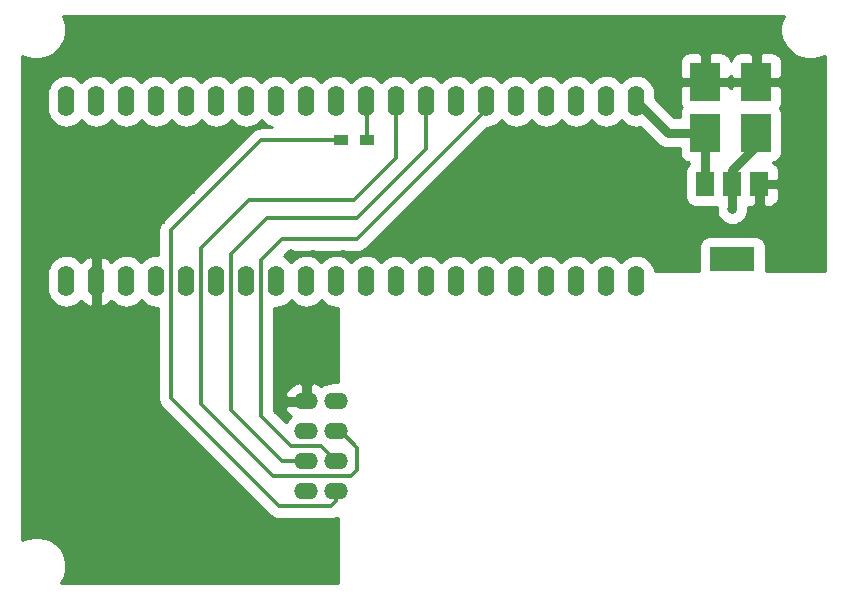
<source format=gtl>
G04 #@! TF.GenerationSoftware,KiCad,Pcbnew,no-vcs-found-d37a337~58~ubuntu16.04.1*
G04 #@! TF.CreationDate,2017-07-19T10:10:14+03:00*
G04 #@! TF.ProjectId,serial_gw_maple_mini,73657269616C5F67775F6D61706C655F,rev?*
G04 #@! TF.FileFunction,Copper,L1,Top,Signal*
G04 #@! TF.FilePolarity,Positive*
%FSLAX46Y46*%
G04 Gerber Fmt 4.6, Leading zero omitted, Abs format (unit mm)*
G04 Created by KiCad (PCBNEW no-vcs-found-d37a337~58~ubuntu16.04.1) date Wed Jul 19 10:10:14 2017*
%MOMM*%
%LPD*%
G01*
G04 APERTURE LIST*
%ADD10C,0.100000*%
%ADD11O,2.000000X1.400000*%
%ADD12O,1.400000X2.600000*%
%ADD13C,0.450000*%
%ADD14R,2.500000X3.200000*%
%ADD15R,1.200000X0.900000*%
%ADD16R,1.500000X2.000000*%
%ADD17R,3.800000X2.000000*%
%ADD18C,0.800000*%
%ADD19C,0.800000*%
%ADD20C,0.350000*%
%ADD21C,0.254000*%
G04 APERTURE END LIST*
D10*
D11*
X165100000Y-81280000D03*
X167640000Y-81280000D03*
X165100000Y-78740000D03*
X167640000Y-78740000D03*
X165100000Y-76200000D03*
X167640000Y-76200000D03*
X165100000Y-73660000D03*
X167640000Y-73660000D03*
D12*
X144780000Y-48260000D03*
X147320000Y-48260000D03*
X149860000Y-48260000D03*
X152400000Y-48260000D03*
X154940000Y-48260000D03*
X157480000Y-48260000D03*
X160020000Y-48260000D03*
X162560000Y-48260000D03*
X165100000Y-48260000D03*
X167640000Y-48260000D03*
X170180000Y-48260000D03*
X172720000Y-48260000D03*
X175260000Y-48260000D03*
X177800000Y-48260000D03*
X180340000Y-48260000D03*
X182880000Y-48260000D03*
X185420000Y-48260000D03*
X187960000Y-48260000D03*
X190500000Y-48260000D03*
X193040000Y-48260000D03*
X193040000Y-63500000D03*
X190500000Y-63500000D03*
X187960000Y-63500000D03*
X185420000Y-63500000D03*
X182880000Y-63500000D03*
X180340000Y-63500000D03*
X177800000Y-63500000D03*
X175260000Y-63500000D03*
X172720000Y-63500000D03*
X170180000Y-63500000D03*
X167640000Y-63500000D03*
X165100000Y-63500000D03*
X162560000Y-63500000D03*
X160020000Y-63500000D03*
X157480000Y-63500000D03*
X154940000Y-63500000D03*
X152400000Y-63500000D03*
X149860000Y-63500000D03*
X147320000Y-63500000D03*
X144780000Y-63500000D03*
D13*
X170707857Y-45778500D03*
X173247857Y-45778500D03*
X175787857Y-45778500D03*
X178327857Y-45778500D03*
X180867857Y-45778500D03*
X183407857Y-45778500D03*
X185947857Y-45778500D03*
X188487857Y-45778500D03*
X191027857Y-45778500D03*
X193567857Y-45778500D03*
X142767857Y-45778500D03*
X145307857Y-45778500D03*
X147847857Y-45778500D03*
X150387857Y-45778500D03*
X152927857Y-45778500D03*
X155467857Y-45778500D03*
X158007857Y-45778500D03*
X160547857Y-45778500D03*
X163087857Y-45778500D03*
X165627857Y-45778500D03*
X168167857Y-45778500D03*
X175787857Y-58478500D03*
X178327857Y-55938500D03*
D14*
X198882000Y-46618000D03*
X198882000Y-50918000D03*
X203200000Y-50918000D03*
X203200000Y-46618000D03*
D15*
X168064000Y-51562000D03*
X170264000Y-51562000D03*
D16*
X203468000Y-55270000D03*
X198868000Y-55270000D03*
X201168000Y-55270000D03*
D17*
X201168000Y-61570000D03*
D13*
X145307857Y-43238500D03*
X147847857Y-43238500D03*
X150387857Y-43238500D03*
X152927857Y-43238500D03*
X155467857Y-43238500D03*
X158007857Y-43238500D03*
X160547857Y-43238500D03*
X163087857Y-43238500D03*
X165627857Y-43238500D03*
X168167857Y-43238500D03*
X170707857Y-43238500D03*
X173247857Y-43238500D03*
X175787857Y-43238500D03*
X178327857Y-43238500D03*
X180867857Y-43238500D03*
X183407857Y-43238500D03*
X185947857Y-43238500D03*
X188487857Y-43238500D03*
X191027857Y-43238500D03*
X193567857Y-43238500D03*
X196107857Y-43238500D03*
X198647857Y-43238500D03*
X201187857Y-43238500D03*
X203727857Y-43238500D03*
X196107857Y-45778500D03*
X206267857Y-45778500D03*
X208807857Y-45778500D03*
X142767857Y-48318500D03*
X196107857Y-48318500D03*
X206267857Y-48318500D03*
X208807857Y-48318500D03*
X142767857Y-50858500D03*
X206267857Y-50858500D03*
X208807857Y-50858500D03*
X142767857Y-53398500D03*
X145307857Y-53398500D03*
X147847857Y-53398500D03*
X150387857Y-53398500D03*
X152927857Y-53398500D03*
X155467857Y-53398500D03*
X180867857Y-53398500D03*
X183407857Y-53398500D03*
X185947857Y-53398500D03*
X188487857Y-53398500D03*
X191027857Y-53398500D03*
X193567857Y-53398500D03*
X196107857Y-53398500D03*
X206267857Y-53398500D03*
X208807857Y-53398500D03*
X142767857Y-55938500D03*
X145307857Y-55938500D03*
X147847857Y-55938500D03*
X150387857Y-55938500D03*
X152927857Y-55938500D03*
X155467857Y-55938500D03*
X180867857Y-55938500D03*
X183407857Y-55938500D03*
X185947857Y-55938500D03*
X188487857Y-55938500D03*
X191027857Y-55938500D03*
X193567857Y-55938500D03*
X196107857Y-55938500D03*
X206267857Y-55938500D03*
X208807857Y-55938500D03*
X142767857Y-58478500D03*
X145307857Y-58478500D03*
X147847857Y-58478500D03*
X150387857Y-58478500D03*
X152927857Y-58478500D03*
X178327857Y-58478500D03*
X180867857Y-58478500D03*
X183407857Y-58478500D03*
X185947857Y-58478500D03*
X188487857Y-58478500D03*
X191027857Y-58478500D03*
X193567857Y-58478500D03*
X196107857Y-58478500D03*
X198647857Y-58478500D03*
X203727857Y-58478500D03*
X206267857Y-58478500D03*
X208807857Y-58478500D03*
X142767857Y-61018500D03*
X145307857Y-61018500D03*
X147847857Y-61018500D03*
X150387857Y-61018500D03*
X165627857Y-61018500D03*
X168167857Y-61018500D03*
X170707857Y-61018500D03*
X173247857Y-61018500D03*
X175787857Y-61018500D03*
X178327857Y-61018500D03*
X180867857Y-61018500D03*
X183407857Y-61018500D03*
X185947857Y-61018500D03*
X188487857Y-61018500D03*
X191027857Y-61018500D03*
X193567857Y-61018500D03*
X196107857Y-61018500D03*
X206267857Y-61018500D03*
X208807857Y-61018500D03*
X142767857Y-63558500D03*
X142767857Y-66098500D03*
X142767857Y-68638500D03*
X145307857Y-68638500D03*
X147847857Y-68638500D03*
X150387857Y-68638500D03*
X142767857Y-71178500D03*
X145307857Y-71178500D03*
X147847857Y-71178500D03*
X150387857Y-71178500D03*
X142767857Y-73718500D03*
X145307857Y-73718500D03*
X147847857Y-73718500D03*
X150387857Y-73718500D03*
X163087857Y-73718500D03*
X142767857Y-76258500D03*
X145307857Y-76258500D03*
X147847857Y-76258500D03*
X150387857Y-76258500D03*
X152927857Y-76258500D03*
X142767857Y-78798500D03*
X145307857Y-78798500D03*
X147847857Y-78798500D03*
X150387857Y-78798500D03*
X152927857Y-78798500D03*
X155467857Y-78798500D03*
X142767857Y-81338500D03*
X145307857Y-81338500D03*
X147847857Y-81338500D03*
X150387857Y-81338500D03*
X152927857Y-81338500D03*
X155467857Y-81338500D03*
X158007857Y-81338500D03*
X142767857Y-83878500D03*
X145307857Y-83878500D03*
X147847857Y-83878500D03*
X150387857Y-83878500D03*
X152927857Y-83878500D03*
X155467857Y-83878500D03*
X158007857Y-83878500D03*
X160547857Y-83878500D03*
X163087857Y-83878500D03*
X165627857Y-83878500D03*
X145307857Y-86418500D03*
X147847857Y-86418500D03*
X150387857Y-86418500D03*
X152927857Y-86418500D03*
X155467857Y-86418500D03*
X158007857Y-86418500D03*
X160547857Y-86418500D03*
X163087857Y-86418500D03*
X165627857Y-86418500D03*
X145307857Y-88958500D03*
X147847857Y-88958500D03*
X150387857Y-88958500D03*
X152927857Y-88958500D03*
X155467857Y-88958500D03*
X158007857Y-88958500D03*
X160547857Y-88958500D03*
X163087857Y-88958500D03*
X165627857Y-88958500D03*
D18*
X163830000Y-61214000D03*
X201168000Y-57404002D03*
D19*
X198882000Y-50918000D02*
X195698000Y-50918000D01*
X195698000Y-50918000D02*
X193040000Y-48260000D01*
X198868000Y-55270000D02*
X198868000Y-50932000D01*
X198868000Y-50932000D02*
X198882000Y-50918000D01*
X201168000Y-55270000D02*
X201168000Y-54102000D01*
X201168000Y-54102000D02*
X203200000Y-52070000D01*
X203200000Y-52070000D02*
X203200000Y-50918000D01*
X201168000Y-55270000D02*
X201168000Y-57404002D01*
D20*
X170264000Y-51562000D02*
X170264000Y-48344000D01*
X170264000Y-48344000D02*
X170180000Y-48260000D01*
X167640000Y-81280000D02*
X167640000Y-82130000D01*
X167640000Y-82130000D02*
X167220000Y-82550000D01*
X153675199Y-73411199D02*
X153675199Y-59176801D01*
X167220000Y-82550000D02*
X162814000Y-82550000D01*
X162814000Y-82550000D02*
X153675199Y-73411199D01*
X153675199Y-59176801D02*
X161290000Y-51562000D01*
X161290000Y-51562000D02*
X168064000Y-51562000D01*
X167640000Y-78740000D02*
X166370000Y-77470000D01*
X166370000Y-77470000D02*
X163830000Y-77470000D01*
X163830000Y-77470000D02*
X161295199Y-74935199D01*
X161295199Y-74935199D02*
X161295199Y-61716801D01*
X161295199Y-61716801D02*
X163068000Y-59944000D01*
X163068000Y-59944000D02*
X169418000Y-59944000D01*
X169418000Y-59944000D02*
X180340000Y-49022000D01*
X180340000Y-49022000D02*
X180340000Y-48260000D01*
X175260000Y-48260000D02*
X175260000Y-52324000D01*
X169418000Y-58166000D02*
X161798000Y-58166000D01*
X161798000Y-58166000D02*
X158755199Y-61208801D01*
X175260000Y-52324000D02*
X169418000Y-58166000D01*
X158755199Y-74427199D02*
X163068000Y-78740000D01*
X158755199Y-61208801D02*
X158755199Y-74427199D01*
X163068000Y-78740000D02*
X164700000Y-78740000D01*
X164700000Y-78740000D02*
X165100000Y-78740000D01*
X172720000Y-48260000D02*
X172720000Y-53086000D01*
X172720000Y-53086000D02*
X169164000Y-56642000D01*
X162306000Y-80010000D02*
X168910000Y-80010000D01*
X169164000Y-56642000D02*
X160274000Y-56642000D01*
X169418000Y-79502000D02*
X169418000Y-77578000D01*
X160274000Y-56642000D02*
X156215199Y-60700801D01*
X156215199Y-60700801D02*
X156215199Y-73919199D01*
X169418000Y-77578000D02*
X168040000Y-76200000D01*
X156215199Y-73919199D02*
X162306000Y-80010000D01*
X168910000Y-80010000D02*
X169418000Y-79502000D01*
X168040000Y-76200000D02*
X167640000Y-76200000D01*
D21*
G36*
X205351633Y-41396214D02*
X205248598Y-41880955D01*
X205241678Y-42376477D01*
X205331138Y-42863906D01*
X205513570Y-43324675D01*
X205782024Y-43741235D01*
X206126276Y-44097719D01*
X206533214Y-44380547D01*
X206987336Y-44578948D01*
X207471345Y-44685365D01*
X207966807Y-44695743D01*
X208454848Y-44609688D01*
X208916880Y-44430478D01*
X208998000Y-44378998D01*
X208998000Y-62611000D01*
X203995447Y-62611000D01*
X203999485Y-62570000D01*
X203999485Y-60570000D01*
X203981587Y-60388276D01*
X203928580Y-60213536D01*
X203842501Y-60052495D01*
X203726659Y-59911341D01*
X203585505Y-59795499D01*
X203424464Y-59709420D01*
X203249724Y-59656413D01*
X203068000Y-59638515D01*
X199268000Y-59638515D01*
X199086276Y-59656413D01*
X198911536Y-59709420D01*
X198750495Y-59795499D01*
X198609341Y-59911341D01*
X198493499Y-60052495D01*
X198407420Y-60213536D01*
X198354413Y-60388276D01*
X198336515Y-60570000D01*
X198336515Y-62570000D01*
X198340553Y-62611000D01*
X194639720Y-62611000D01*
X194636014Y-62573205D01*
X194544236Y-62269222D01*
X194395163Y-61988856D01*
X194194472Y-61742784D01*
X193949807Y-61540380D01*
X193670488Y-61389353D01*
X193367154Y-61295455D01*
X193051359Y-61262264D01*
X192735131Y-61291043D01*
X192430515Y-61380696D01*
X192149115Y-61527808D01*
X191901648Y-61726777D01*
X191769683Y-61884047D01*
X191654472Y-61742784D01*
X191409807Y-61540380D01*
X191130488Y-61389353D01*
X190827154Y-61295455D01*
X190511359Y-61262264D01*
X190195131Y-61291043D01*
X189890515Y-61380696D01*
X189609115Y-61527808D01*
X189361648Y-61726777D01*
X189229683Y-61884047D01*
X189114472Y-61742784D01*
X188869807Y-61540380D01*
X188590488Y-61389353D01*
X188287154Y-61295455D01*
X187971359Y-61262264D01*
X187655131Y-61291043D01*
X187350515Y-61380696D01*
X187069115Y-61527808D01*
X186821648Y-61726777D01*
X186689683Y-61884047D01*
X186574472Y-61742784D01*
X186329807Y-61540380D01*
X186050488Y-61389353D01*
X185747154Y-61295455D01*
X185431359Y-61262264D01*
X185115131Y-61291043D01*
X184810515Y-61380696D01*
X184529115Y-61527808D01*
X184281648Y-61726777D01*
X184149683Y-61884047D01*
X184034472Y-61742784D01*
X183789807Y-61540380D01*
X183510488Y-61389353D01*
X183207154Y-61295455D01*
X182891359Y-61262264D01*
X182575131Y-61291043D01*
X182270515Y-61380696D01*
X181989115Y-61527808D01*
X181741648Y-61726777D01*
X181609683Y-61884047D01*
X181494472Y-61742784D01*
X181249807Y-61540380D01*
X180970488Y-61389353D01*
X180667154Y-61295455D01*
X180351359Y-61262264D01*
X180035131Y-61291043D01*
X179730515Y-61380696D01*
X179449115Y-61527808D01*
X179201648Y-61726777D01*
X179069683Y-61884047D01*
X178954472Y-61742784D01*
X178709807Y-61540380D01*
X178430488Y-61389353D01*
X178127154Y-61295455D01*
X177811359Y-61262264D01*
X177495131Y-61291043D01*
X177190515Y-61380696D01*
X176909115Y-61527808D01*
X176661648Y-61726777D01*
X176529683Y-61884047D01*
X176414472Y-61742784D01*
X176169807Y-61540380D01*
X175890488Y-61389353D01*
X175587154Y-61295455D01*
X175271359Y-61262264D01*
X174955131Y-61291043D01*
X174650515Y-61380696D01*
X174369115Y-61527808D01*
X174121648Y-61726777D01*
X173989683Y-61884047D01*
X173874472Y-61742784D01*
X173629807Y-61540380D01*
X173350488Y-61389353D01*
X173047154Y-61295455D01*
X172731359Y-61262264D01*
X172415131Y-61291043D01*
X172110515Y-61380696D01*
X171829115Y-61527808D01*
X171581648Y-61726777D01*
X171449683Y-61884047D01*
X171334472Y-61742784D01*
X171089807Y-61540380D01*
X170810488Y-61389353D01*
X170507154Y-61295455D01*
X170191359Y-61262264D01*
X169875131Y-61291043D01*
X169570515Y-61380696D01*
X169289115Y-61527808D01*
X169041648Y-61726777D01*
X168909683Y-61884047D01*
X168794472Y-61742784D01*
X168549807Y-61540380D01*
X168270488Y-61389353D01*
X167967154Y-61295455D01*
X167651359Y-61262264D01*
X167335131Y-61291043D01*
X167030515Y-61380696D01*
X166749115Y-61527808D01*
X166501648Y-61726777D01*
X166369683Y-61884047D01*
X166254472Y-61742784D01*
X166009807Y-61540380D01*
X165730488Y-61389353D01*
X165427154Y-61295455D01*
X165111359Y-61262264D01*
X164795131Y-61291043D01*
X164490515Y-61380696D01*
X164209115Y-61527808D01*
X163961648Y-61726777D01*
X163829683Y-61884047D01*
X163714472Y-61742784D01*
X163469807Y-61540380D01*
X163190488Y-61389353D01*
X163183328Y-61387136D01*
X163524464Y-61046000D01*
X169418000Y-61046000D01*
X169519296Y-61036068D01*
X169620714Y-61027195D01*
X169626278Y-61025579D01*
X169632046Y-61025013D01*
X169729545Y-60995576D01*
X169827247Y-60967191D01*
X169832388Y-60964526D01*
X169837940Y-60962850D01*
X169927845Y-60915046D01*
X170018192Y-60868215D01*
X170022722Y-60864599D01*
X170027837Y-60861879D01*
X170106694Y-60797565D01*
X170186276Y-60734036D01*
X170194344Y-60726080D01*
X170194507Y-60725947D01*
X170194632Y-60725796D01*
X170197232Y-60723232D01*
X180432147Y-50488316D01*
X180644869Y-50468957D01*
X180949485Y-50379304D01*
X181230885Y-50232192D01*
X181478352Y-50033223D01*
X181610317Y-49875953D01*
X181725528Y-50017216D01*
X181970193Y-50219620D01*
X182249512Y-50370647D01*
X182552846Y-50464545D01*
X182868641Y-50497736D01*
X183184869Y-50468957D01*
X183489485Y-50379304D01*
X183770885Y-50232192D01*
X184018352Y-50033223D01*
X184150317Y-49875953D01*
X184265528Y-50017216D01*
X184510193Y-50219620D01*
X184789512Y-50370647D01*
X185092846Y-50464545D01*
X185408641Y-50497736D01*
X185724869Y-50468957D01*
X186029485Y-50379304D01*
X186310885Y-50232192D01*
X186558352Y-50033223D01*
X186690317Y-49875953D01*
X186805528Y-50017216D01*
X187050193Y-50219620D01*
X187329512Y-50370647D01*
X187632846Y-50464545D01*
X187948641Y-50497736D01*
X188264869Y-50468957D01*
X188569485Y-50379304D01*
X188850885Y-50232192D01*
X189098352Y-50033223D01*
X189230317Y-49875953D01*
X189345528Y-50017216D01*
X189590193Y-50219620D01*
X189869512Y-50370647D01*
X190172846Y-50464545D01*
X190488641Y-50497736D01*
X190804869Y-50468957D01*
X191109485Y-50379304D01*
X191390885Y-50232192D01*
X191638352Y-50033223D01*
X191770317Y-49875953D01*
X191885528Y-50017216D01*
X192130193Y-50219620D01*
X192409512Y-50370647D01*
X192712846Y-50464545D01*
X193028641Y-50497736D01*
X193344869Y-50468957D01*
X193366059Y-50462720D01*
X194759670Y-51856331D01*
X194854370Y-51934119D01*
X194948289Y-52012926D01*
X194954407Y-52016289D01*
X194959796Y-52020716D01*
X195067779Y-52078616D01*
X195175239Y-52137693D01*
X195181892Y-52139803D01*
X195188040Y-52143100D01*
X195305228Y-52178928D01*
X195422101Y-52216002D01*
X195429038Y-52216780D01*
X195435710Y-52218820D01*
X195557633Y-52231204D01*
X195679472Y-52244871D01*
X195693113Y-52244966D01*
X195693369Y-52244992D01*
X195693608Y-52244969D01*
X195698000Y-52245000D01*
X196700515Y-52245000D01*
X196700515Y-52518000D01*
X196718413Y-52699724D01*
X196771420Y-52874464D01*
X196857499Y-53035505D01*
X196973341Y-53176659D01*
X197114495Y-53292501D01*
X197275536Y-53378580D01*
X197450276Y-53431587D01*
X197541000Y-53440522D01*
X197541000Y-53544325D01*
X197459341Y-53611341D01*
X197343499Y-53752495D01*
X197257420Y-53913536D01*
X197204413Y-54088276D01*
X197186515Y-54270000D01*
X197186515Y-56270000D01*
X197204413Y-56451724D01*
X197257420Y-56626464D01*
X197343499Y-56787505D01*
X197459341Y-56928659D01*
X197600495Y-57044501D01*
X197761536Y-57130580D01*
X197936276Y-57183587D01*
X198118000Y-57201485D01*
X199618000Y-57201485D01*
X199799724Y-57183587D01*
X199841000Y-57171066D01*
X199841000Y-57390629D01*
X199839255Y-57515580D01*
X199886233Y-57771543D01*
X199982034Y-58013506D01*
X200123007Y-58232253D01*
X200303783Y-58419453D01*
X200517478Y-58567975D01*
X200755950Y-58672161D01*
X201010118Y-58728043D01*
X201270299Y-58733493D01*
X201526583Y-58688303D01*
X201769210Y-58594195D01*
X201988936Y-58454752D01*
X202177393Y-58275287D01*
X202327403Y-58062634D01*
X202433251Y-57824895D01*
X202490907Y-57571124D01*
X202492713Y-57441769D01*
X202494871Y-57422530D01*
X202495000Y-57404002D01*
X202495000Y-57277966D01*
X202495057Y-57273883D01*
X202495000Y-57273595D01*
X202495000Y-57170804D01*
X202626698Y-57197000D01*
X202963250Y-57197000D01*
X203195000Y-56965250D01*
X203195000Y-55543000D01*
X203741000Y-55543000D01*
X203741000Y-56965250D01*
X203972750Y-57197000D01*
X204309302Y-57197000D01*
X204488396Y-57161376D01*
X204657100Y-57091496D01*
X204808928Y-56990048D01*
X204938048Y-56860928D01*
X205039497Y-56709099D01*
X205109376Y-56540395D01*
X205145000Y-56361301D01*
X205145000Y-55774750D01*
X204913250Y-55543000D01*
X203741000Y-55543000D01*
X203195000Y-55543000D01*
X203175000Y-55543000D01*
X203175000Y-54997000D01*
X203195000Y-54997000D01*
X203195000Y-54977000D01*
X203741000Y-54977000D01*
X203741000Y-54997000D01*
X204913250Y-54997000D01*
X205145000Y-54765250D01*
X205145000Y-54178699D01*
X205109376Y-53999605D01*
X205039497Y-53830901D01*
X204938048Y-53679072D01*
X204808928Y-53549952D01*
X204657100Y-53448504D01*
X204619230Y-53432818D01*
X204631724Y-53431587D01*
X204806464Y-53378580D01*
X204967505Y-53292501D01*
X205108659Y-53176659D01*
X205224501Y-53035505D01*
X205310580Y-52874464D01*
X205363587Y-52699724D01*
X205381485Y-52518000D01*
X205381485Y-49318000D01*
X205363587Y-49136276D01*
X205310580Y-48961536D01*
X205224501Y-48800495D01*
X205197592Y-48767706D01*
X205271497Y-48657099D01*
X205341376Y-48488395D01*
X205377000Y-48309301D01*
X205377000Y-47122750D01*
X205145250Y-46891000D01*
X203473000Y-46891000D01*
X203473000Y-46911000D01*
X202927000Y-46911000D01*
X202927000Y-46891000D01*
X201254750Y-46891000D01*
X201041000Y-47104750D01*
X200827250Y-46891000D01*
X199155000Y-46891000D01*
X199155000Y-46911000D01*
X198609000Y-46911000D01*
X198609000Y-46891000D01*
X196936750Y-46891000D01*
X196705000Y-47122750D01*
X196705000Y-48309301D01*
X196740624Y-48488395D01*
X196810503Y-48657099D01*
X196884408Y-48767706D01*
X196857499Y-48800495D01*
X196771420Y-48961536D01*
X196718413Y-49136276D01*
X196700515Y-49318000D01*
X196700515Y-49591000D01*
X196247661Y-49591000D01*
X194667000Y-48010338D01*
X194667000Y-47649224D01*
X194636014Y-47333205D01*
X194544236Y-47029222D01*
X194395163Y-46748856D01*
X194194472Y-46502784D01*
X193949807Y-46300380D01*
X193670488Y-46149353D01*
X193367154Y-46055455D01*
X193051359Y-46022264D01*
X192735131Y-46051043D01*
X192430515Y-46140696D01*
X192149115Y-46287808D01*
X191901648Y-46486777D01*
X191769683Y-46644047D01*
X191654472Y-46502784D01*
X191409807Y-46300380D01*
X191130488Y-46149353D01*
X190827154Y-46055455D01*
X190511359Y-46022264D01*
X190195131Y-46051043D01*
X189890515Y-46140696D01*
X189609115Y-46287808D01*
X189361648Y-46486777D01*
X189229683Y-46644047D01*
X189114472Y-46502784D01*
X188869807Y-46300380D01*
X188590488Y-46149353D01*
X188287154Y-46055455D01*
X187971359Y-46022264D01*
X187655131Y-46051043D01*
X187350515Y-46140696D01*
X187069115Y-46287808D01*
X186821648Y-46486777D01*
X186689683Y-46644047D01*
X186574472Y-46502784D01*
X186329807Y-46300380D01*
X186050488Y-46149353D01*
X185747154Y-46055455D01*
X185431359Y-46022264D01*
X185115131Y-46051043D01*
X184810515Y-46140696D01*
X184529115Y-46287808D01*
X184281648Y-46486777D01*
X184149683Y-46644047D01*
X184034472Y-46502784D01*
X183789807Y-46300380D01*
X183510488Y-46149353D01*
X183207154Y-46055455D01*
X182891359Y-46022264D01*
X182575131Y-46051043D01*
X182270515Y-46140696D01*
X181989115Y-46287808D01*
X181741648Y-46486777D01*
X181609683Y-46644047D01*
X181494472Y-46502784D01*
X181249807Y-46300380D01*
X180970488Y-46149353D01*
X180667154Y-46055455D01*
X180351359Y-46022264D01*
X180035131Y-46051043D01*
X179730515Y-46140696D01*
X179449115Y-46287808D01*
X179201648Y-46486777D01*
X179069683Y-46644047D01*
X178954472Y-46502784D01*
X178709807Y-46300380D01*
X178430488Y-46149353D01*
X178127154Y-46055455D01*
X177811359Y-46022264D01*
X177495131Y-46051043D01*
X177190515Y-46140696D01*
X176909115Y-46287808D01*
X176661648Y-46486777D01*
X176529683Y-46644047D01*
X176414472Y-46502784D01*
X176169807Y-46300380D01*
X175890488Y-46149353D01*
X175587154Y-46055455D01*
X175271359Y-46022264D01*
X174955131Y-46051043D01*
X174650515Y-46140696D01*
X174369115Y-46287808D01*
X174121648Y-46486777D01*
X173989683Y-46644047D01*
X173874472Y-46502784D01*
X173629807Y-46300380D01*
X173350488Y-46149353D01*
X173047154Y-46055455D01*
X172731359Y-46022264D01*
X172415131Y-46051043D01*
X172110515Y-46140696D01*
X171829115Y-46287808D01*
X171581648Y-46486777D01*
X171449683Y-46644047D01*
X171334472Y-46502784D01*
X171089807Y-46300380D01*
X170810488Y-46149353D01*
X170507154Y-46055455D01*
X170191359Y-46022264D01*
X169875131Y-46051043D01*
X169570515Y-46140696D01*
X169289115Y-46287808D01*
X169041648Y-46486777D01*
X168909683Y-46644047D01*
X168794472Y-46502784D01*
X168549807Y-46300380D01*
X168270488Y-46149353D01*
X167967154Y-46055455D01*
X167651359Y-46022264D01*
X167335131Y-46051043D01*
X167030515Y-46140696D01*
X166749115Y-46287808D01*
X166501648Y-46486777D01*
X166369683Y-46644047D01*
X166254472Y-46502784D01*
X166009807Y-46300380D01*
X165730488Y-46149353D01*
X165427154Y-46055455D01*
X165111359Y-46022264D01*
X164795131Y-46051043D01*
X164490515Y-46140696D01*
X164209115Y-46287808D01*
X163961648Y-46486777D01*
X163829683Y-46644047D01*
X163714472Y-46502784D01*
X163469807Y-46300380D01*
X163190488Y-46149353D01*
X162887154Y-46055455D01*
X162571359Y-46022264D01*
X162255131Y-46051043D01*
X161950515Y-46140696D01*
X161669115Y-46287808D01*
X161421648Y-46486777D01*
X161289683Y-46644047D01*
X161174472Y-46502784D01*
X160929807Y-46300380D01*
X160650488Y-46149353D01*
X160347154Y-46055455D01*
X160031359Y-46022264D01*
X159715131Y-46051043D01*
X159410515Y-46140696D01*
X159129115Y-46287808D01*
X158881648Y-46486777D01*
X158749683Y-46644047D01*
X158634472Y-46502784D01*
X158389807Y-46300380D01*
X158110488Y-46149353D01*
X157807154Y-46055455D01*
X157491359Y-46022264D01*
X157175131Y-46051043D01*
X156870515Y-46140696D01*
X156589115Y-46287808D01*
X156341648Y-46486777D01*
X156209683Y-46644047D01*
X156094472Y-46502784D01*
X155849807Y-46300380D01*
X155570488Y-46149353D01*
X155267154Y-46055455D01*
X154951359Y-46022264D01*
X154635131Y-46051043D01*
X154330515Y-46140696D01*
X154049115Y-46287808D01*
X153801648Y-46486777D01*
X153669683Y-46644047D01*
X153554472Y-46502784D01*
X153309807Y-46300380D01*
X153030488Y-46149353D01*
X152727154Y-46055455D01*
X152411359Y-46022264D01*
X152095131Y-46051043D01*
X151790515Y-46140696D01*
X151509115Y-46287808D01*
X151261648Y-46486777D01*
X151129683Y-46644047D01*
X151014472Y-46502784D01*
X150769807Y-46300380D01*
X150490488Y-46149353D01*
X150187154Y-46055455D01*
X149871359Y-46022264D01*
X149555131Y-46051043D01*
X149250515Y-46140696D01*
X148969115Y-46287808D01*
X148721648Y-46486777D01*
X148589683Y-46644047D01*
X148474472Y-46502784D01*
X148229807Y-46300380D01*
X147950488Y-46149353D01*
X147647154Y-46055455D01*
X147331359Y-46022264D01*
X147015131Y-46051043D01*
X146710515Y-46140696D01*
X146429115Y-46287808D01*
X146181648Y-46486777D01*
X146049683Y-46644047D01*
X145934472Y-46502784D01*
X145689807Y-46300380D01*
X145410488Y-46149353D01*
X145107154Y-46055455D01*
X144791359Y-46022264D01*
X144475131Y-46051043D01*
X144170515Y-46140696D01*
X143889115Y-46287808D01*
X143641648Y-46486777D01*
X143437540Y-46730023D01*
X143284567Y-47008281D01*
X143188554Y-47310952D01*
X143153159Y-47626508D01*
X143153000Y-47649224D01*
X143153000Y-48870776D01*
X143183986Y-49186795D01*
X143275764Y-49490778D01*
X143424837Y-49771144D01*
X143625528Y-50017216D01*
X143870193Y-50219620D01*
X144149512Y-50370647D01*
X144452846Y-50464545D01*
X144768641Y-50497736D01*
X145084869Y-50468957D01*
X145389485Y-50379304D01*
X145670885Y-50232192D01*
X145918352Y-50033223D01*
X146050317Y-49875953D01*
X146165528Y-50017216D01*
X146410193Y-50219620D01*
X146689512Y-50370647D01*
X146992846Y-50464545D01*
X147308641Y-50497736D01*
X147624869Y-50468957D01*
X147929485Y-50379304D01*
X148210885Y-50232192D01*
X148458352Y-50033223D01*
X148590317Y-49875953D01*
X148705528Y-50017216D01*
X148950193Y-50219620D01*
X149229512Y-50370647D01*
X149532846Y-50464545D01*
X149848641Y-50497736D01*
X150164869Y-50468957D01*
X150469485Y-50379304D01*
X150750885Y-50232192D01*
X150998352Y-50033223D01*
X151130317Y-49875953D01*
X151245528Y-50017216D01*
X151490193Y-50219620D01*
X151769512Y-50370647D01*
X152072846Y-50464545D01*
X152388641Y-50497736D01*
X152704869Y-50468957D01*
X153009485Y-50379304D01*
X153290885Y-50232192D01*
X153538352Y-50033223D01*
X153670317Y-49875953D01*
X153785528Y-50017216D01*
X154030193Y-50219620D01*
X154309512Y-50370647D01*
X154612846Y-50464545D01*
X154928641Y-50497736D01*
X155244869Y-50468957D01*
X155549485Y-50379304D01*
X155830885Y-50232192D01*
X156078352Y-50033223D01*
X156210317Y-49875953D01*
X156325528Y-50017216D01*
X156570193Y-50219620D01*
X156849512Y-50370647D01*
X157152846Y-50464545D01*
X157468641Y-50497736D01*
X157784869Y-50468957D01*
X158089485Y-50379304D01*
X158370885Y-50232192D01*
X158618352Y-50033223D01*
X158750317Y-49875953D01*
X158865528Y-50017216D01*
X159110193Y-50219620D01*
X159389512Y-50370647D01*
X159692846Y-50464545D01*
X160008641Y-50497736D01*
X160324869Y-50468957D01*
X160629485Y-50379304D01*
X160910885Y-50232192D01*
X161158352Y-50033223D01*
X161290317Y-49875953D01*
X161405528Y-50017216D01*
X161650193Y-50219620D01*
X161929512Y-50370647D01*
X162218164Y-50460000D01*
X161290000Y-50460000D01*
X161188704Y-50469932D01*
X161087286Y-50478805D01*
X161081722Y-50480421D01*
X161075954Y-50480987D01*
X160978455Y-50510424D01*
X160880753Y-50538809D01*
X160875612Y-50541474D01*
X160870060Y-50543150D01*
X160780195Y-50590933D01*
X160689808Y-50637784D01*
X160685274Y-50641403D01*
X160680163Y-50644121D01*
X160601333Y-50708413D01*
X160521724Y-50771964D01*
X160513656Y-50779920D01*
X160513493Y-50780053D01*
X160513368Y-50780204D01*
X160510768Y-50782768D01*
X152895967Y-58397569D01*
X152831342Y-58476246D01*
X152765924Y-58554207D01*
X152763133Y-58559285D01*
X152759454Y-58563763D01*
X152711344Y-58653488D01*
X152662312Y-58742677D01*
X152660560Y-58748200D01*
X152657821Y-58753308D01*
X152628070Y-58850621D01*
X152597280Y-58947682D01*
X152596633Y-58953446D01*
X152594941Y-58958982D01*
X152584663Y-59060169D01*
X152573306Y-59161415D01*
X152573227Y-59172745D01*
X152573206Y-59172954D01*
X152573224Y-59173149D01*
X152573199Y-59176801D01*
X152573199Y-61279274D01*
X152411359Y-61262264D01*
X152095131Y-61291043D01*
X151790515Y-61380696D01*
X151509115Y-61527808D01*
X151261648Y-61726777D01*
X151129683Y-61884047D01*
X151014472Y-61742784D01*
X150769807Y-61540380D01*
X150490488Y-61389353D01*
X150187154Y-61295455D01*
X149871359Y-61262264D01*
X149555131Y-61291043D01*
X149250515Y-61380696D01*
X148969115Y-61527808D01*
X148721648Y-61726777D01*
X148600171Y-61871547D01*
X148521130Y-61769096D01*
X148277422Y-61556497D01*
X147996921Y-61395528D01*
X147840549Y-61358521D01*
X147593000Y-61531719D01*
X147593000Y-63227000D01*
X147613000Y-63227000D01*
X147613000Y-63773000D01*
X147593000Y-63773000D01*
X147593000Y-65468281D01*
X147840549Y-65641479D01*
X147996921Y-65604472D01*
X148277422Y-65443503D01*
X148521130Y-65230904D01*
X148600336Y-65128238D01*
X148705528Y-65257216D01*
X148950193Y-65459620D01*
X149229512Y-65610647D01*
X149532846Y-65704545D01*
X149848641Y-65737736D01*
X150164869Y-65708957D01*
X150469485Y-65619304D01*
X150750885Y-65472192D01*
X150998352Y-65273223D01*
X151130317Y-65115953D01*
X151245528Y-65257216D01*
X151490193Y-65459620D01*
X151769512Y-65610647D01*
X152072846Y-65704545D01*
X152388641Y-65737736D01*
X152573199Y-65720940D01*
X152573199Y-73411199D01*
X152583131Y-73512495D01*
X152592004Y-73613913D01*
X152593620Y-73619477D01*
X152594186Y-73625245D01*
X152623623Y-73722744D01*
X152652008Y-73820446D01*
X152654673Y-73825587D01*
X152656349Y-73831139D01*
X152704153Y-73921044D01*
X152750984Y-74011391D01*
X152754600Y-74015921D01*
X152757320Y-74021036D01*
X152821634Y-74099893D01*
X152885163Y-74179475D01*
X152893119Y-74187543D01*
X152893252Y-74187706D01*
X152893403Y-74187831D01*
X152895967Y-74190431D01*
X162034768Y-83329231D01*
X162113415Y-83393833D01*
X162191406Y-83459275D01*
X162196484Y-83462067D01*
X162200962Y-83465745D01*
X162290706Y-83513865D01*
X162379876Y-83562887D01*
X162385396Y-83564638D01*
X162390506Y-83567378D01*
X162487835Y-83597134D01*
X162584881Y-83627919D01*
X162590645Y-83628566D01*
X162596181Y-83630258D01*
X162697368Y-83640536D01*
X162798614Y-83651893D01*
X162809944Y-83651972D01*
X162810153Y-83651993D01*
X162810348Y-83651975D01*
X162814000Y-83652000D01*
X167220000Y-83652000D01*
X167321296Y-83642068D01*
X167422714Y-83633195D01*
X167428278Y-83631579D01*
X167434046Y-83631013D01*
X167531545Y-83601576D01*
X167629247Y-83573191D01*
X167634388Y-83570526D01*
X167639940Y-83568850D01*
X167729845Y-83521046D01*
X167767000Y-83501787D01*
X167767000Y-88998000D01*
X144367590Y-88998000D01*
X144447845Y-88884231D01*
X144649412Y-88431505D01*
X144759204Y-87948250D01*
X144767108Y-87382215D01*
X144670852Y-86896083D01*
X144482004Y-86437905D01*
X144207760Y-86025134D01*
X143858564Y-85673492D01*
X143447718Y-85396373D01*
X142990870Y-85204331D01*
X142505421Y-85104683D01*
X142009863Y-85101223D01*
X141523071Y-85194084D01*
X141063586Y-85379728D01*
X141002000Y-85420029D01*
X141002000Y-62889224D01*
X143153000Y-62889224D01*
X143153000Y-64110776D01*
X143183986Y-64426795D01*
X143275764Y-64730778D01*
X143424837Y-65011144D01*
X143625528Y-65257216D01*
X143870193Y-65459620D01*
X144149512Y-65610647D01*
X144452846Y-65704545D01*
X144768641Y-65737736D01*
X145084869Y-65708957D01*
X145389485Y-65619304D01*
X145670885Y-65472192D01*
X145918352Y-65273223D01*
X146039829Y-65128453D01*
X146118870Y-65230904D01*
X146362578Y-65443503D01*
X146643079Y-65604472D01*
X146799451Y-65641479D01*
X147047000Y-65468281D01*
X147047000Y-63773000D01*
X147027000Y-63773000D01*
X147027000Y-63227000D01*
X147047000Y-63227000D01*
X147047000Y-61531719D01*
X146799451Y-61358521D01*
X146643079Y-61395528D01*
X146362578Y-61556497D01*
X146118870Y-61769096D01*
X146039664Y-61871762D01*
X145934472Y-61742784D01*
X145689807Y-61540380D01*
X145410488Y-61389353D01*
X145107154Y-61295455D01*
X144791359Y-61262264D01*
X144475131Y-61291043D01*
X144170515Y-61380696D01*
X143889115Y-61527808D01*
X143641648Y-61726777D01*
X143437540Y-61970023D01*
X143284567Y-62248281D01*
X143188554Y-62550952D01*
X143153159Y-62866508D01*
X143153000Y-62889224D01*
X141002000Y-62889224D01*
X141002000Y-44926699D01*
X196705000Y-44926699D01*
X196705000Y-46113250D01*
X196936750Y-46345000D01*
X198609000Y-46345000D01*
X198609000Y-44322750D01*
X199155000Y-44322750D01*
X199155000Y-46345000D01*
X200827250Y-46345000D01*
X201041000Y-46131250D01*
X201254750Y-46345000D01*
X202927000Y-46345000D01*
X202927000Y-44322750D01*
X203473000Y-44322750D01*
X203473000Y-46345000D01*
X205145250Y-46345000D01*
X205377000Y-46113250D01*
X205377000Y-44926699D01*
X205341376Y-44747605D01*
X205271497Y-44578901D01*
X205170048Y-44427072D01*
X205040928Y-44297952D01*
X204889100Y-44196504D01*
X204720396Y-44126624D01*
X204541302Y-44091000D01*
X203704750Y-44091000D01*
X203473000Y-44322750D01*
X202927000Y-44322750D01*
X202695250Y-44091000D01*
X201858698Y-44091000D01*
X201679604Y-44126624D01*
X201510900Y-44196504D01*
X201359072Y-44297952D01*
X201229952Y-44427072D01*
X201128503Y-44578901D01*
X201058624Y-44747605D01*
X201041000Y-44836207D01*
X201023376Y-44747605D01*
X200953497Y-44578901D01*
X200852048Y-44427072D01*
X200722928Y-44297952D01*
X200571100Y-44196504D01*
X200402396Y-44126624D01*
X200223302Y-44091000D01*
X199386750Y-44091000D01*
X199155000Y-44322750D01*
X198609000Y-44322750D01*
X198377250Y-44091000D01*
X197540698Y-44091000D01*
X197361604Y-44126624D01*
X197192900Y-44196504D01*
X197041072Y-44297952D01*
X196911952Y-44427072D01*
X196810503Y-44578901D01*
X196740624Y-44747605D01*
X196705000Y-44926699D01*
X141002000Y-44926699D01*
X141002000Y-44380890D01*
X141455336Y-44578948D01*
X141939345Y-44685365D01*
X142434807Y-44695743D01*
X142922848Y-44609688D01*
X143384880Y-44430478D01*
X143803304Y-44164938D01*
X144162182Y-43823183D01*
X144447845Y-43418231D01*
X144649412Y-42965505D01*
X144759204Y-42482250D01*
X144767108Y-41916215D01*
X144670852Y-41430083D01*
X144494408Y-41002000D01*
X205520593Y-41002000D01*
X205351633Y-41396214D01*
X205351633Y-41396214D01*
G37*
X205351633Y-41396214D02*
X205248598Y-41880955D01*
X205241678Y-42376477D01*
X205331138Y-42863906D01*
X205513570Y-43324675D01*
X205782024Y-43741235D01*
X206126276Y-44097719D01*
X206533214Y-44380547D01*
X206987336Y-44578948D01*
X207471345Y-44685365D01*
X207966807Y-44695743D01*
X208454848Y-44609688D01*
X208916880Y-44430478D01*
X208998000Y-44378998D01*
X208998000Y-62611000D01*
X203995447Y-62611000D01*
X203999485Y-62570000D01*
X203999485Y-60570000D01*
X203981587Y-60388276D01*
X203928580Y-60213536D01*
X203842501Y-60052495D01*
X203726659Y-59911341D01*
X203585505Y-59795499D01*
X203424464Y-59709420D01*
X203249724Y-59656413D01*
X203068000Y-59638515D01*
X199268000Y-59638515D01*
X199086276Y-59656413D01*
X198911536Y-59709420D01*
X198750495Y-59795499D01*
X198609341Y-59911341D01*
X198493499Y-60052495D01*
X198407420Y-60213536D01*
X198354413Y-60388276D01*
X198336515Y-60570000D01*
X198336515Y-62570000D01*
X198340553Y-62611000D01*
X194639720Y-62611000D01*
X194636014Y-62573205D01*
X194544236Y-62269222D01*
X194395163Y-61988856D01*
X194194472Y-61742784D01*
X193949807Y-61540380D01*
X193670488Y-61389353D01*
X193367154Y-61295455D01*
X193051359Y-61262264D01*
X192735131Y-61291043D01*
X192430515Y-61380696D01*
X192149115Y-61527808D01*
X191901648Y-61726777D01*
X191769683Y-61884047D01*
X191654472Y-61742784D01*
X191409807Y-61540380D01*
X191130488Y-61389353D01*
X190827154Y-61295455D01*
X190511359Y-61262264D01*
X190195131Y-61291043D01*
X189890515Y-61380696D01*
X189609115Y-61527808D01*
X189361648Y-61726777D01*
X189229683Y-61884047D01*
X189114472Y-61742784D01*
X188869807Y-61540380D01*
X188590488Y-61389353D01*
X188287154Y-61295455D01*
X187971359Y-61262264D01*
X187655131Y-61291043D01*
X187350515Y-61380696D01*
X187069115Y-61527808D01*
X186821648Y-61726777D01*
X186689683Y-61884047D01*
X186574472Y-61742784D01*
X186329807Y-61540380D01*
X186050488Y-61389353D01*
X185747154Y-61295455D01*
X185431359Y-61262264D01*
X185115131Y-61291043D01*
X184810515Y-61380696D01*
X184529115Y-61527808D01*
X184281648Y-61726777D01*
X184149683Y-61884047D01*
X184034472Y-61742784D01*
X183789807Y-61540380D01*
X183510488Y-61389353D01*
X183207154Y-61295455D01*
X182891359Y-61262264D01*
X182575131Y-61291043D01*
X182270515Y-61380696D01*
X181989115Y-61527808D01*
X181741648Y-61726777D01*
X181609683Y-61884047D01*
X181494472Y-61742784D01*
X181249807Y-61540380D01*
X180970488Y-61389353D01*
X180667154Y-61295455D01*
X180351359Y-61262264D01*
X180035131Y-61291043D01*
X179730515Y-61380696D01*
X179449115Y-61527808D01*
X179201648Y-61726777D01*
X179069683Y-61884047D01*
X178954472Y-61742784D01*
X178709807Y-61540380D01*
X178430488Y-61389353D01*
X178127154Y-61295455D01*
X177811359Y-61262264D01*
X177495131Y-61291043D01*
X177190515Y-61380696D01*
X176909115Y-61527808D01*
X176661648Y-61726777D01*
X176529683Y-61884047D01*
X176414472Y-61742784D01*
X176169807Y-61540380D01*
X175890488Y-61389353D01*
X175587154Y-61295455D01*
X175271359Y-61262264D01*
X174955131Y-61291043D01*
X174650515Y-61380696D01*
X174369115Y-61527808D01*
X174121648Y-61726777D01*
X173989683Y-61884047D01*
X173874472Y-61742784D01*
X173629807Y-61540380D01*
X173350488Y-61389353D01*
X173047154Y-61295455D01*
X172731359Y-61262264D01*
X172415131Y-61291043D01*
X172110515Y-61380696D01*
X171829115Y-61527808D01*
X171581648Y-61726777D01*
X171449683Y-61884047D01*
X171334472Y-61742784D01*
X171089807Y-61540380D01*
X170810488Y-61389353D01*
X170507154Y-61295455D01*
X170191359Y-61262264D01*
X169875131Y-61291043D01*
X169570515Y-61380696D01*
X169289115Y-61527808D01*
X169041648Y-61726777D01*
X168909683Y-61884047D01*
X168794472Y-61742784D01*
X168549807Y-61540380D01*
X168270488Y-61389353D01*
X167967154Y-61295455D01*
X167651359Y-61262264D01*
X167335131Y-61291043D01*
X167030515Y-61380696D01*
X166749115Y-61527808D01*
X166501648Y-61726777D01*
X166369683Y-61884047D01*
X166254472Y-61742784D01*
X166009807Y-61540380D01*
X165730488Y-61389353D01*
X165427154Y-61295455D01*
X165111359Y-61262264D01*
X164795131Y-61291043D01*
X164490515Y-61380696D01*
X164209115Y-61527808D01*
X163961648Y-61726777D01*
X163829683Y-61884047D01*
X163714472Y-61742784D01*
X163469807Y-61540380D01*
X163190488Y-61389353D01*
X163183328Y-61387136D01*
X163524464Y-61046000D01*
X169418000Y-61046000D01*
X169519296Y-61036068D01*
X169620714Y-61027195D01*
X169626278Y-61025579D01*
X169632046Y-61025013D01*
X169729545Y-60995576D01*
X169827247Y-60967191D01*
X169832388Y-60964526D01*
X169837940Y-60962850D01*
X169927845Y-60915046D01*
X170018192Y-60868215D01*
X170022722Y-60864599D01*
X170027837Y-60861879D01*
X170106694Y-60797565D01*
X170186276Y-60734036D01*
X170194344Y-60726080D01*
X170194507Y-60725947D01*
X170194632Y-60725796D01*
X170197232Y-60723232D01*
X180432147Y-50488316D01*
X180644869Y-50468957D01*
X180949485Y-50379304D01*
X181230885Y-50232192D01*
X181478352Y-50033223D01*
X181610317Y-49875953D01*
X181725528Y-50017216D01*
X181970193Y-50219620D01*
X182249512Y-50370647D01*
X182552846Y-50464545D01*
X182868641Y-50497736D01*
X183184869Y-50468957D01*
X183489485Y-50379304D01*
X183770885Y-50232192D01*
X184018352Y-50033223D01*
X184150317Y-49875953D01*
X184265528Y-50017216D01*
X184510193Y-50219620D01*
X184789512Y-50370647D01*
X185092846Y-50464545D01*
X185408641Y-50497736D01*
X185724869Y-50468957D01*
X186029485Y-50379304D01*
X186310885Y-50232192D01*
X186558352Y-50033223D01*
X186690317Y-49875953D01*
X186805528Y-50017216D01*
X187050193Y-50219620D01*
X187329512Y-50370647D01*
X187632846Y-50464545D01*
X187948641Y-50497736D01*
X188264869Y-50468957D01*
X188569485Y-50379304D01*
X188850885Y-50232192D01*
X189098352Y-50033223D01*
X189230317Y-49875953D01*
X189345528Y-50017216D01*
X189590193Y-50219620D01*
X189869512Y-50370647D01*
X190172846Y-50464545D01*
X190488641Y-50497736D01*
X190804869Y-50468957D01*
X191109485Y-50379304D01*
X191390885Y-50232192D01*
X191638352Y-50033223D01*
X191770317Y-49875953D01*
X191885528Y-50017216D01*
X192130193Y-50219620D01*
X192409512Y-50370647D01*
X192712846Y-50464545D01*
X193028641Y-50497736D01*
X193344869Y-50468957D01*
X193366059Y-50462720D01*
X194759670Y-51856331D01*
X194854370Y-51934119D01*
X194948289Y-52012926D01*
X194954407Y-52016289D01*
X194959796Y-52020716D01*
X195067779Y-52078616D01*
X195175239Y-52137693D01*
X195181892Y-52139803D01*
X195188040Y-52143100D01*
X195305228Y-52178928D01*
X195422101Y-52216002D01*
X195429038Y-52216780D01*
X195435710Y-52218820D01*
X195557633Y-52231204D01*
X195679472Y-52244871D01*
X195693113Y-52244966D01*
X195693369Y-52244992D01*
X195693608Y-52244969D01*
X195698000Y-52245000D01*
X196700515Y-52245000D01*
X196700515Y-52518000D01*
X196718413Y-52699724D01*
X196771420Y-52874464D01*
X196857499Y-53035505D01*
X196973341Y-53176659D01*
X197114495Y-53292501D01*
X197275536Y-53378580D01*
X197450276Y-53431587D01*
X197541000Y-53440522D01*
X197541000Y-53544325D01*
X197459341Y-53611341D01*
X197343499Y-53752495D01*
X197257420Y-53913536D01*
X197204413Y-54088276D01*
X197186515Y-54270000D01*
X197186515Y-56270000D01*
X197204413Y-56451724D01*
X197257420Y-56626464D01*
X197343499Y-56787505D01*
X197459341Y-56928659D01*
X197600495Y-57044501D01*
X197761536Y-57130580D01*
X197936276Y-57183587D01*
X198118000Y-57201485D01*
X199618000Y-57201485D01*
X199799724Y-57183587D01*
X199841000Y-57171066D01*
X199841000Y-57390629D01*
X199839255Y-57515580D01*
X199886233Y-57771543D01*
X199982034Y-58013506D01*
X200123007Y-58232253D01*
X200303783Y-58419453D01*
X200517478Y-58567975D01*
X200755950Y-58672161D01*
X201010118Y-58728043D01*
X201270299Y-58733493D01*
X201526583Y-58688303D01*
X201769210Y-58594195D01*
X201988936Y-58454752D01*
X202177393Y-58275287D01*
X202327403Y-58062634D01*
X202433251Y-57824895D01*
X202490907Y-57571124D01*
X202492713Y-57441769D01*
X202494871Y-57422530D01*
X202495000Y-57404002D01*
X202495000Y-57277966D01*
X202495057Y-57273883D01*
X202495000Y-57273595D01*
X202495000Y-57170804D01*
X202626698Y-57197000D01*
X202963250Y-57197000D01*
X203195000Y-56965250D01*
X203195000Y-55543000D01*
X203741000Y-55543000D01*
X203741000Y-56965250D01*
X203972750Y-57197000D01*
X204309302Y-57197000D01*
X204488396Y-57161376D01*
X204657100Y-57091496D01*
X204808928Y-56990048D01*
X204938048Y-56860928D01*
X205039497Y-56709099D01*
X205109376Y-56540395D01*
X205145000Y-56361301D01*
X205145000Y-55774750D01*
X204913250Y-55543000D01*
X203741000Y-55543000D01*
X203195000Y-55543000D01*
X203175000Y-55543000D01*
X203175000Y-54997000D01*
X203195000Y-54997000D01*
X203195000Y-54977000D01*
X203741000Y-54977000D01*
X203741000Y-54997000D01*
X204913250Y-54997000D01*
X205145000Y-54765250D01*
X205145000Y-54178699D01*
X205109376Y-53999605D01*
X205039497Y-53830901D01*
X204938048Y-53679072D01*
X204808928Y-53549952D01*
X204657100Y-53448504D01*
X204619230Y-53432818D01*
X204631724Y-53431587D01*
X204806464Y-53378580D01*
X204967505Y-53292501D01*
X205108659Y-53176659D01*
X205224501Y-53035505D01*
X205310580Y-52874464D01*
X205363587Y-52699724D01*
X205381485Y-52518000D01*
X205381485Y-49318000D01*
X205363587Y-49136276D01*
X205310580Y-48961536D01*
X205224501Y-48800495D01*
X205197592Y-48767706D01*
X205271497Y-48657099D01*
X205341376Y-48488395D01*
X205377000Y-48309301D01*
X205377000Y-47122750D01*
X205145250Y-46891000D01*
X203473000Y-46891000D01*
X203473000Y-46911000D01*
X202927000Y-46911000D01*
X202927000Y-46891000D01*
X201254750Y-46891000D01*
X201041000Y-47104750D01*
X200827250Y-46891000D01*
X199155000Y-46891000D01*
X199155000Y-46911000D01*
X198609000Y-46911000D01*
X198609000Y-46891000D01*
X196936750Y-46891000D01*
X196705000Y-47122750D01*
X196705000Y-48309301D01*
X196740624Y-48488395D01*
X196810503Y-48657099D01*
X196884408Y-48767706D01*
X196857499Y-48800495D01*
X196771420Y-48961536D01*
X196718413Y-49136276D01*
X196700515Y-49318000D01*
X196700515Y-49591000D01*
X196247661Y-49591000D01*
X194667000Y-48010338D01*
X194667000Y-47649224D01*
X194636014Y-47333205D01*
X194544236Y-47029222D01*
X194395163Y-46748856D01*
X194194472Y-46502784D01*
X193949807Y-46300380D01*
X193670488Y-46149353D01*
X193367154Y-46055455D01*
X193051359Y-46022264D01*
X192735131Y-46051043D01*
X192430515Y-46140696D01*
X192149115Y-46287808D01*
X191901648Y-46486777D01*
X191769683Y-46644047D01*
X191654472Y-46502784D01*
X191409807Y-46300380D01*
X191130488Y-46149353D01*
X190827154Y-46055455D01*
X190511359Y-46022264D01*
X190195131Y-46051043D01*
X189890515Y-46140696D01*
X189609115Y-46287808D01*
X189361648Y-46486777D01*
X189229683Y-46644047D01*
X189114472Y-46502784D01*
X188869807Y-46300380D01*
X188590488Y-46149353D01*
X188287154Y-46055455D01*
X187971359Y-46022264D01*
X187655131Y-46051043D01*
X187350515Y-46140696D01*
X187069115Y-46287808D01*
X186821648Y-46486777D01*
X186689683Y-46644047D01*
X186574472Y-46502784D01*
X186329807Y-46300380D01*
X186050488Y-46149353D01*
X185747154Y-46055455D01*
X185431359Y-46022264D01*
X185115131Y-46051043D01*
X184810515Y-46140696D01*
X184529115Y-46287808D01*
X184281648Y-46486777D01*
X184149683Y-46644047D01*
X184034472Y-46502784D01*
X183789807Y-46300380D01*
X183510488Y-46149353D01*
X183207154Y-46055455D01*
X182891359Y-46022264D01*
X182575131Y-46051043D01*
X182270515Y-46140696D01*
X181989115Y-46287808D01*
X181741648Y-46486777D01*
X181609683Y-46644047D01*
X181494472Y-46502784D01*
X181249807Y-46300380D01*
X180970488Y-46149353D01*
X180667154Y-46055455D01*
X180351359Y-46022264D01*
X180035131Y-46051043D01*
X179730515Y-46140696D01*
X179449115Y-46287808D01*
X179201648Y-46486777D01*
X179069683Y-46644047D01*
X178954472Y-46502784D01*
X178709807Y-46300380D01*
X178430488Y-46149353D01*
X178127154Y-46055455D01*
X177811359Y-46022264D01*
X177495131Y-46051043D01*
X177190515Y-46140696D01*
X176909115Y-46287808D01*
X176661648Y-46486777D01*
X176529683Y-46644047D01*
X176414472Y-46502784D01*
X176169807Y-46300380D01*
X175890488Y-46149353D01*
X175587154Y-46055455D01*
X175271359Y-46022264D01*
X174955131Y-46051043D01*
X174650515Y-46140696D01*
X174369115Y-46287808D01*
X174121648Y-46486777D01*
X173989683Y-46644047D01*
X173874472Y-46502784D01*
X173629807Y-46300380D01*
X173350488Y-46149353D01*
X173047154Y-46055455D01*
X172731359Y-46022264D01*
X172415131Y-46051043D01*
X172110515Y-46140696D01*
X171829115Y-46287808D01*
X171581648Y-46486777D01*
X171449683Y-46644047D01*
X171334472Y-46502784D01*
X171089807Y-46300380D01*
X170810488Y-46149353D01*
X170507154Y-46055455D01*
X170191359Y-46022264D01*
X169875131Y-46051043D01*
X169570515Y-46140696D01*
X169289115Y-46287808D01*
X169041648Y-46486777D01*
X168909683Y-46644047D01*
X168794472Y-46502784D01*
X168549807Y-46300380D01*
X168270488Y-46149353D01*
X167967154Y-46055455D01*
X167651359Y-46022264D01*
X167335131Y-46051043D01*
X167030515Y-46140696D01*
X166749115Y-46287808D01*
X166501648Y-46486777D01*
X166369683Y-46644047D01*
X166254472Y-46502784D01*
X166009807Y-46300380D01*
X165730488Y-46149353D01*
X165427154Y-46055455D01*
X165111359Y-46022264D01*
X164795131Y-46051043D01*
X164490515Y-46140696D01*
X164209115Y-46287808D01*
X163961648Y-46486777D01*
X163829683Y-46644047D01*
X163714472Y-46502784D01*
X163469807Y-46300380D01*
X163190488Y-46149353D01*
X162887154Y-46055455D01*
X162571359Y-46022264D01*
X162255131Y-46051043D01*
X161950515Y-46140696D01*
X161669115Y-46287808D01*
X161421648Y-46486777D01*
X161289683Y-46644047D01*
X161174472Y-46502784D01*
X160929807Y-46300380D01*
X160650488Y-46149353D01*
X160347154Y-46055455D01*
X160031359Y-46022264D01*
X159715131Y-46051043D01*
X159410515Y-46140696D01*
X159129115Y-46287808D01*
X158881648Y-46486777D01*
X158749683Y-46644047D01*
X158634472Y-46502784D01*
X158389807Y-46300380D01*
X158110488Y-46149353D01*
X157807154Y-46055455D01*
X157491359Y-46022264D01*
X157175131Y-46051043D01*
X156870515Y-46140696D01*
X156589115Y-46287808D01*
X156341648Y-46486777D01*
X156209683Y-46644047D01*
X156094472Y-46502784D01*
X155849807Y-46300380D01*
X155570488Y-46149353D01*
X155267154Y-46055455D01*
X154951359Y-46022264D01*
X154635131Y-46051043D01*
X154330515Y-46140696D01*
X154049115Y-46287808D01*
X153801648Y-46486777D01*
X153669683Y-46644047D01*
X153554472Y-46502784D01*
X153309807Y-46300380D01*
X153030488Y-46149353D01*
X152727154Y-46055455D01*
X152411359Y-46022264D01*
X152095131Y-46051043D01*
X151790515Y-46140696D01*
X151509115Y-46287808D01*
X151261648Y-46486777D01*
X151129683Y-46644047D01*
X151014472Y-46502784D01*
X150769807Y-46300380D01*
X150490488Y-46149353D01*
X150187154Y-46055455D01*
X149871359Y-46022264D01*
X149555131Y-46051043D01*
X149250515Y-46140696D01*
X148969115Y-46287808D01*
X148721648Y-46486777D01*
X148589683Y-46644047D01*
X148474472Y-46502784D01*
X148229807Y-46300380D01*
X147950488Y-46149353D01*
X147647154Y-46055455D01*
X147331359Y-46022264D01*
X147015131Y-46051043D01*
X146710515Y-46140696D01*
X146429115Y-46287808D01*
X146181648Y-46486777D01*
X146049683Y-46644047D01*
X145934472Y-46502784D01*
X145689807Y-46300380D01*
X145410488Y-46149353D01*
X145107154Y-46055455D01*
X144791359Y-46022264D01*
X144475131Y-46051043D01*
X144170515Y-46140696D01*
X143889115Y-46287808D01*
X143641648Y-46486777D01*
X143437540Y-46730023D01*
X143284567Y-47008281D01*
X143188554Y-47310952D01*
X143153159Y-47626508D01*
X143153000Y-47649224D01*
X143153000Y-48870776D01*
X143183986Y-49186795D01*
X143275764Y-49490778D01*
X143424837Y-49771144D01*
X143625528Y-50017216D01*
X143870193Y-50219620D01*
X144149512Y-50370647D01*
X144452846Y-50464545D01*
X144768641Y-50497736D01*
X145084869Y-50468957D01*
X145389485Y-50379304D01*
X145670885Y-50232192D01*
X145918352Y-50033223D01*
X146050317Y-49875953D01*
X146165528Y-50017216D01*
X146410193Y-50219620D01*
X146689512Y-50370647D01*
X146992846Y-50464545D01*
X147308641Y-50497736D01*
X147624869Y-50468957D01*
X147929485Y-50379304D01*
X148210885Y-50232192D01*
X148458352Y-50033223D01*
X148590317Y-49875953D01*
X148705528Y-50017216D01*
X148950193Y-50219620D01*
X149229512Y-50370647D01*
X149532846Y-50464545D01*
X149848641Y-50497736D01*
X150164869Y-50468957D01*
X150469485Y-50379304D01*
X150750885Y-50232192D01*
X150998352Y-50033223D01*
X151130317Y-49875953D01*
X151245528Y-50017216D01*
X151490193Y-50219620D01*
X151769512Y-50370647D01*
X152072846Y-50464545D01*
X152388641Y-50497736D01*
X152704869Y-50468957D01*
X153009485Y-50379304D01*
X153290885Y-50232192D01*
X153538352Y-50033223D01*
X153670317Y-49875953D01*
X153785528Y-50017216D01*
X154030193Y-50219620D01*
X154309512Y-50370647D01*
X154612846Y-50464545D01*
X154928641Y-50497736D01*
X155244869Y-50468957D01*
X155549485Y-50379304D01*
X155830885Y-50232192D01*
X156078352Y-50033223D01*
X156210317Y-49875953D01*
X156325528Y-50017216D01*
X156570193Y-50219620D01*
X156849512Y-50370647D01*
X157152846Y-50464545D01*
X157468641Y-50497736D01*
X157784869Y-50468957D01*
X158089485Y-50379304D01*
X158370885Y-50232192D01*
X158618352Y-50033223D01*
X158750317Y-49875953D01*
X158865528Y-50017216D01*
X159110193Y-50219620D01*
X159389512Y-50370647D01*
X159692846Y-50464545D01*
X160008641Y-50497736D01*
X160324869Y-50468957D01*
X160629485Y-50379304D01*
X160910885Y-50232192D01*
X161158352Y-50033223D01*
X161290317Y-49875953D01*
X161405528Y-50017216D01*
X161650193Y-50219620D01*
X161929512Y-50370647D01*
X162218164Y-50460000D01*
X161290000Y-50460000D01*
X161188704Y-50469932D01*
X161087286Y-50478805D01*
X161081722Y-50480421D01*
X161075954Y-50480987D01*
X160978455Y-50510424D01*
X160880753Y-50538809D01*
X160875612Y-50541474D01*
X160870060Y-50543150D01*
X160780195Y-50590933D01*
X160689808Y-50637784D01*
X160685274Y-50641403D01*
X160680163Y-50644121D01*
X160601333Y-50708413D01*
X160521724Y-50771964D01*
X160513656Y-50779920D01*
X160513493Y-50780053D01*
X160513368Y-50780204D01*
X160510768Y-50782768D01*
X152895967Y-58397569D01*
X152831342Y-58476246D01*
X152765924Y-58554207D01*
X152763133Y-58559285D01*
X152759454Y-58563763D01*
X152711344Y-58653488D01*
X152662312Y-58742677D01*
X152660560Y-58748200D01*
X152657821Y-58753308D01*
X152628070Y-58850621D01*
X152597280Y-58947682D01*
X152596633Y-58953446D01*
X152594941Y-58958982D01*
X152584663Y-59060169D01*
X152573306Y-59161415D01*
X152573227Y-59172745D01*
X152573206Y-59172954D01*
X152573224Y-59173149D01*
X152573199Y-59176801D01*
X152573199Y-61279274D01*
X152411359Y-61262264D01*
X152095131Y-61291043D01*
X151790515Y-61380696D01*
X151509115Y-61527808D01*
X151261648Y-61726777D01*
X151129683Y-61884047D01*
X151014472Y-61742784D01*
X150769807Y-61540380D01*
X150490488Y-61389353D01*
X150187154Y-61295455D01*
X149871359Y-61262264D01*
X149555131Y-61291043D01*
X149250515Y-61380696D01*
X148969115Y-61527808D01*
X148721648Y-61726777D01*
X148600171Y-61871547D01*
X148521130Y-61769096D01*
X148277422Y-61556497D01*
X147996921Y-61395528D01*
X147840549Y-61358521D01*
X147593000Y-61531719D01*
X147593000Y-63227000D01*
X147613000Y-63227000D01*
X147613000Y-63773000D01*
X147593000Y-63773000D01*
X147593000Y-65468281D01*
X147840549Y-65641479D01*
X147996921Y-65604472D01*
X148277422Y-65443503D01*
X148521130Y-65230904D01*
X148600336Y-65128238D01*
X148705528Y-65257216D01*
X148950193Y-65459620D01*
X149229512Y-65610647D01*
X149532846Y-65704545D01*
X149848641Y-65737736D01*
X150164869Y-65708957D01*
X150469485Y-65619304D01*
X150750885Y-65472192D01*
X150998352Y-65273223D01*
X151130317Y-65115953D01*
X151245528Y-65257216D01*
X151490193Y-65459620D01*
X151769512Y-65610647D01*
X152072846Y-65704545D01*
X152388641Y-65737736D01*
X152573199Y-65720940D01*
X152573199Y-73411199D01*
X152583131Y-73512495D01*
X152592004Y-73613913D01*
X152593620Y-73619477D01*
X152594186Y-73625245D01*
X152623623Y-73722744D01*
X152652008Y-73820446D01*
X152654673Y-73825587D01*
X152656349Y-73831139D01*
X152704153Y-73921044D01*
X152750984Y-74011391D01*
X152754600Y-74015921D01*
X152757320Y-74021036D01*
X152821634Y-74099893D01*
X152885163Y-74179475D01*
X152893119Y-74187543D01*
X152893252Y-74187706D01*
X152893403Y-74187831D01*
X152895967Y-74190431D01*
X162034768Y-83329231D01*
X162113415Y-83393833D01*
X162191406Y-83459275D01*
X162196484Y-83462067D01*
X162200962Y-83465745D01*
X162290706Y-83513865D01*
X162379876Y-83562887D01*
X162385396Y-83564638D01*
X162390506Y-83567378D01*
X162487835Y-83597134D01*
X162584881Y-83627919D01*
X162590645Y-83628566D01*
X162596181Y-83630258D01*
X162697368Y-83640536D01*
X162798614Y-83651893D01*
X162809944Y-83651972D01*
X162810153Y-83651993D01*
X162810348Y-83651975D01*
X162814000Y-83652000D01*
X167220000Y-83652000D01*
X167321296Y-83642068D01*
X167422714Y-83633195D01*
X167428278Y-83631579D01*
X167434046Y-83631013D01*
X167531545Y-83601576D01*
X167629247Y-83573191D01*
X167634388Y-83570526D01*
X167639940Y-83568850D01*
X167729845Y-83521046D01*
X167767000Y-83501787D01*
X167767000Y-88998000D01*
X144367590Y-88998000D01*
X144447845Y-88884231D01*
X144649412Y-88431505D01*
X144759204Y-87948250D01*
X144767108Y-87382215D01*
X144670852Y-86896083D01*
X144482004Y-86437905D01*
X144207760Y-86025134D01*
X143858564Y-85673492D01*
X143447718Y-85396373D01*
X142990870Y-85204331D01*
X142505421Y-85104683D01*
X142009863Y-85101223D01*
X141523071Y-85194084D01*
X141063586Y-85379728D01*
X141002000Y-85420029D01*
X141002000Y-62889224D01*
X143153000Y-62889224D01*
X143153000Y-64110776D01*
X143183986Y-64426795D01*
X143275764Y-64730778D01*
X143424837Y-65011144D01*
X143625528Y-65257216D01*
X143870193Y-65459620D01*
X144149512Y-65610647D01*
X144452846Y-65704545D01*
X144768641Y-65737736D01*
X145084869Y-65708957D01*
X145389485Y-65619304D01*
X145670885Y-65472192D01*
X145918352Y-65273223D01*
X146039829Y-65128453D01*
X146118870Y-65230904D01*
X146362578Y-65443503D01*
X146643079Y-65604472D01*
X146799451Y-65641479D01*
X147047000Y-65468281D01*
X147047000Y-63773000D01*
X147027000Y-63773000D01*
X147027000Y-63227000D01*
X147047000Y-63227000D01*
X147047000Y-61531719D01*
X146799451Y-61358521D01*
X146643079Y-61395528D01*
X146362578Y-61556497D01*
X146118870Y-61769096D01*
X146039664Y-61871762D01*
X145934472Y-61742784D01*
X145689807Y-61540380D01*
X145410488Y-61389353D01*
X145107154Y-61295455D01*
X144791359Y-61262264D01*
X144475131Y-61291043D01*
X144170515Y-61380696D01*
X143889115Y-61527808D01*
X143641648Y-61726777D01*
X143437540Y-61970023D01*
X143284567Y-62248281D01*
X143188554Y-62550952D01*
X143153159Y-62866508D01*
X143153000Y-62889224D01*
X141002000Y-62889224D01*
X141002000Y-44926699D01*
X196705000Y-44926699D01*
X196705000Y-46113250D01*
X196936750Y-46345000D01*
X198609000Y-46345000D01*
X198609000Y-44322750D01*
X199155000Y-44322750D01*
X199155000Y-46345000D01*
X200827250Y-46345000D01*
X201041000Y-46131250D01*
X201254750Y-46345000D01*
X202927000Y-46345000D01*
X202927000Y-44322750D01*
X203473000Y-44322750D01*
X203473000Y-46345000D01*
X205145250Y-46345000D01*
X205377000Y-46113250D01*
X205377000Y-44926699D01*
X205341376Y-44747605D01*
X205271497Y-44578901D01*
X205170048Y-44427072D01*
X205040928Y-44297952D01*
X204889100Y-44196504D01*
X204720396Y-44126624D01*
X204541302Y-44091000D01*
X203704750Y-44091000D01*
X203473000Y-44322750D01*
X202927000Y-44322750D01*
X202695250Y-44091000D01*
X201858698Y-44091000D01*
X201679604Y-44126624D01*
X201510900Y-44196504D01*
X201359072Y-44297952D01*
X201229952Y-44427072D01*
X201128503Y-44578901D01*
X201058624Y-44747605D01*
X201041000Y-44836207D01*
X201023376Y-44747605D01*
X200953497Y-44578901D01*
X200852048Y-44427072D01*
X200722928Y-44297952D01*
X200571100Y-44196504D01*
X200402396Y-44126624D01*
X200223302Y-44091000D01*
X199386750Y-44091000D01*
X199155000Y-44322750D01*
X198609000Y-44322750D01*
X198377250Y-44091000D01*
X197540698Y-44091000D01*
X197361604Y-44126624D01*
X197192900Y-44196504D01*
X197041072Y-44297952D01*
X196911952Y-44427072D01*
X196810503Y-44578901D01*
X196740624Y-44747605D01*
X196705000Y-44926699D01*
X141002000Y-44926699D01*
X141002000Y-44380890D01*
X141455336Y-44578948D01*
X141939345Y-44685365D01*
X142434807Y-44695743D01*
X142922848Y-44609688D01*
X143384880Y-44430478D01*
X143803304Y-44164938D01*
X144162182Y-43823183D01*
X144447845Y-43418231D01*
X144649412Y-42965505D01*
X144759204Y-42482250D01*
X144767108Y-41916215D01*
X144670852Y-41430083D01*
X144494408Y-41002000D01*
X205520593Y-41002000D01*
X205351633Y-41396214D01*
G36*
X166485528Y-65257216D02*
X166730193Y-65459620D01*
X167009512Y-65610647D01*
X167312846Y-65704545D01*
X167628641Y-65737736D01*
X167767000Y-65725144D01*
X167767000Y-72033000D01*
X167330676Y-72033000D01*
X167014657Y-72063986D01*
X166710674Y-72155764D01*
X166430308Y-72304837D01*
X166365905Y-72357363D01*
X166228266Y-72256717D01*
X165938584Y-72122094D01*
X165628205Y-72046572D01*
X165373000Y-72262487D01*
X165373000Y-73387000D01*
X165393000Y-73387000D01*
X165393000Y-73933000D01*
X165373000Y-73933000D01*
X165373000Y-73953000D01*
X164827000Y-73953000D01*
X164827000Y-73933000D01*
X163431719Y-73933000D01*
X163258521Y-74180549D01*
X163331700Y-74366627D01*
X163497769Y-74639501D01*
X163713882Y-74874733D01*
X163787578Y-74928622D01*
X163644236Y-75045528D01*
X163441832Y-75290193D01*
X163360001Y-75441537D01*
X162397199Y-74478735D01*
X162397199Y-73139451D01*
X163258521Y-73139451D01*
X163431719Y-73387000D01*
X164827000Y-73387000D01*
X164827000Y-72262487D01*
X164571795Y-72046572D01*
X164261416Y-72122094D01*
X163971734Y-72256717D01*
X163713882Y-72445267D01*
X163497769Y-72680499D01*
X163331700Y-72953373D01*
X163258521Y-73139451D01*
X162397199Y-73139451D01*
X162397199Y-65721819D01*
X162548641Y-65737736D01*
X162864869Y-65708957D01*
X163169485Y-65619304D01*
X163450885Y-65472192D01*
X163698352Y-65273223D01*
X163830317Y-65115953D01*
X163945528Y-65257216D01*
X164190193Y-65459620D01*
X164469512Y-65610647D01*
X164772846Y-65704545D01*
X165088641Y-65737736D01*
X165404869Y-65708957D01*
X165709485Y-65619304D01*
X165990885Y-65472192D01*
X166238352Y-65273223D01*
X166370317Y-65115953D01*
X166485528Y-65257216D01*
X166485528Y-65257216D01*
G37*
X166485528Y-65257216D02*
X166730193Y-65459620D01*
X167009512Y-65610647D01*
X167312846Y-65704545D01*
X167628641Y-65737736D01*
X167767000Y-65725144D01*
X167767000Y-72033000D01*
X167330676Y-72033000D01*
X167014657Y-72063986D01*
X166710674Y-72155764D01*
X166430308Y-72304837D01*
X166365905Y-72357363D01*
X166228266Y-72256717D01*
X165938584Y-72122094D01*
X165628205Y-72046572D01*
X165373000Y-72262487D01*
X165373000Y-73387000D01*
X165393000Y-73387000D01*
X165393000Y-73933000D01*
X165373000Y-73933000D01*
X165373000Y-73953000D01*
X164827000Y-73953000D01*
X164827000Y-73933000D01*
X163431719Y-73933000D01*
X163258521Y-74180549D01*
X163331700Y-74366627D01*
X163497769Y-74639501D01*
X163713882Y-74874733D01*
X163787578Y-74928622D01*
X163644236Y-75045528D01*
X163441832Y-75290193D01*
X163360001Y-75441537D01*
X162397199Y-74478735D01*
X162397199Y-73139451D01*
X163258521Y-73139451D01*
X163431719Y-73387000D01*
X164827000Y-73387000D01*
X164827000Y-72262487D01*
X164571795Y-72046572D01*
X164261416Y-72122094D01*
X163971734Y-72256717D01*
X163713882Y-72445267D01*
X163497769Y-72680499D01*
X163331700Y-72953373D01*
X163258521Y-73139451D01*
X162397199Y-73139451D01*
X162397199Y-65721819D01*
X162548641Y-65737736D01*
X162864869Y-65708957D01*
X163169485Y-65619304D01*
X163450885Y-65472192D01*
X163698352Y-65273223D01*
X163830317Y-65115953D01*
X163945528Y-65257216D01*
X164190193Y-65459620D01*
X164469512Y-65610647D01*
X164772846Y-65704545D01*
X165088641Y-65737736D01*
X165404869Y-65708957D01*
X165709485Y-65619304D01*
X165990885Y-65472192D01*
X166238352Y-65273223D01*
X166370317Y-65115953D01*
X166485528Y-65257216D01*
M02*

</source>
